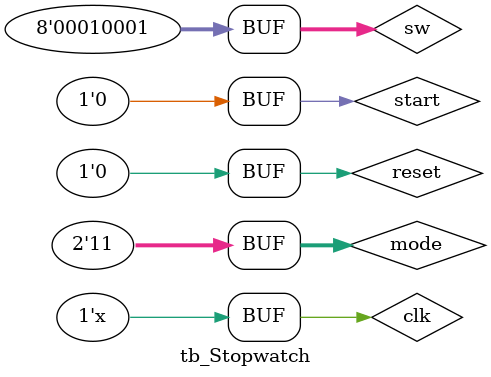
<source format=v>
`timescale 1ns / 1ps


module tb_Stopwatch;
    reg clk = 0;
    reg reset = 0;
    reg start = 0;
    reg [7:0] sw = 0;
    reg [1:0] mode = 0;
    wire [3:0] an;
    wire [6:0] sseg;
    wire dp;
    
    
    Stopwatch_main uut(.clk(clk), .reset(reset), .start(start), .sw(sw), .mode(mode), .an(an), .sseg(sseg), .dp(dp));
    
    always #5 clk = ~clk;
    
    initial begin
    mode = 2'b01;

    
    sw[7:4] = 1;
    sw[3:0] = 1;
    #200;
    mode = 2'b10;
    #100;
//    reset = 1;
    #10;
  //  reset = 0;
    #100;
    mode = 2'b11;
    #200;
 //   reset = 1;
    #100000;
    end
endmodule

</source>
